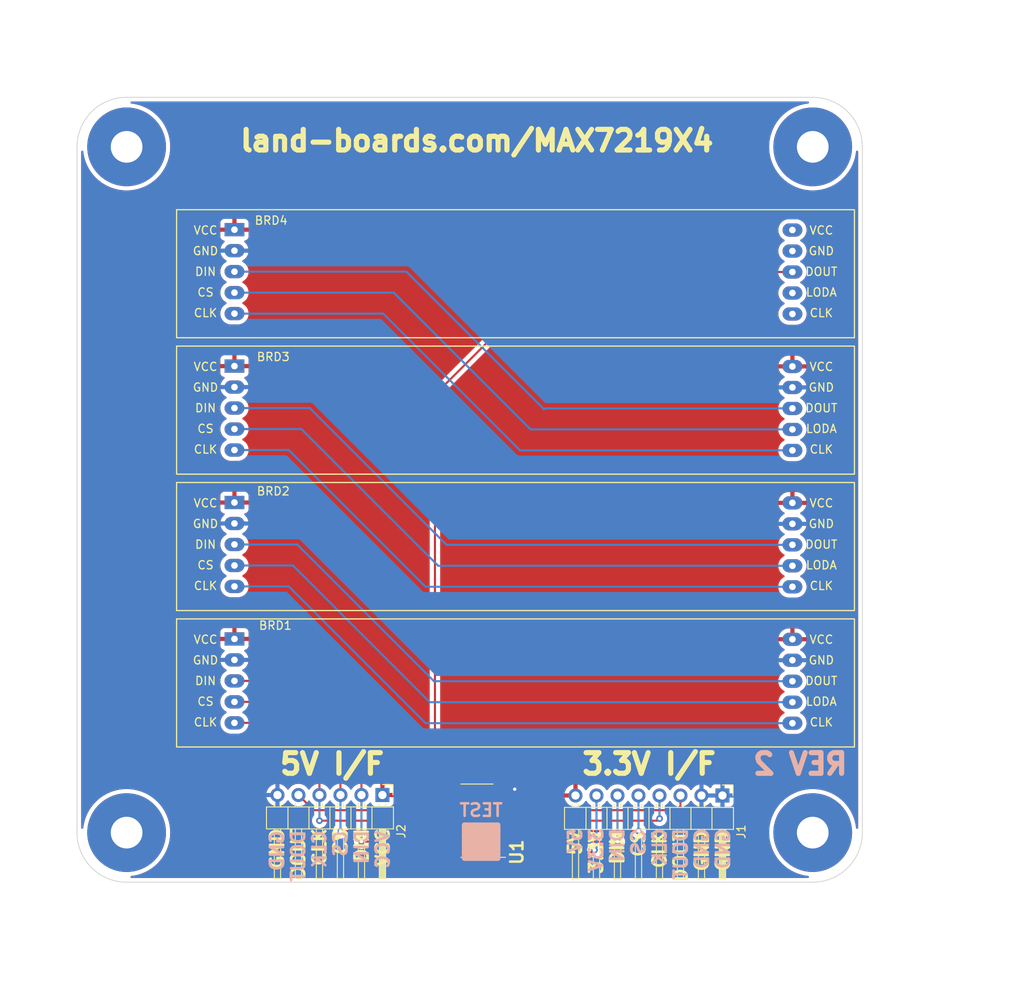
<source format=kicad_pcb>
(kicad_pcb (version 20211014) (generator pcbnew)
  (title_block (title "MAX7912X4") (date "2022-08-01") (rev "2") (company "LAND-BOARDS.COM"))
  (layers (0 "F.Cu" signal) (31 "B.Cu" signal) (34 "B.Paste" user) (35 "F.Paste" user) (36 "B.SilkS" user "B.Silkscreen") (37 "F.SilkS" user "F.Silkscreen") (38 "B.Mask" user) (39 "F.Mask" user) (44 "Edge.Cuts" user))
  (net 0 "")
  (net 1 "GND")
  (net 2 "/MAXOUT")
  (net 3 "/DIN5V")
  (net 4 "/CS5V")
  (net 5 "/CLK5V")
  (net 6 "+5V")
  (net 7 "Net-(J1-Pad7)")
  (net 8 "Net-(BRD1-Pad6)")
  (net 9 "Net-(BRD1-Pad7)")
  (net 10 "Net-(BRD1-Pad8)")
  (net 11 "Net-(BRD2-Pad6)")
  (net 12 "Net-(BRD2-Pad7)")
  (net 13 "Net-(BRD2-Pad8)")
  (net 14 "Net-(BRD3-Pad6)")
  (net 15 "Net-(BRD3-Pad7)")
  (net 16 "Net-(BRD3-Pad8)")
  (net 21 "/DOUT")
  (net 22 "/CLK")
  (net 23 "/CS")
  (net 24 "/DIN")
  (footprint "LandBoards_BoardOutlines:MAX7912_MODULE" (layer "F.Cu") (at 67.045 40.605)
    (fp_text reference "BRD4" (at 11.441 1.305) (layer "F.SilkS"))
    (fp_text value "MAX7912_MODULE")
    (fp_text user "DOUT" (at 78 7.5 unlocked) (layer "F.SilkS"))
    (fp_text user "CS" (at 3.5 10 unlocked) (layer "F.SilkS"))
    (fp_text user "VCC" (at 78 2.5 unlocked) (layer "F.SilkS"))
    (fp_text user "CLK" (at 78 12.5 unlocked) (layer "F.SilkS"))
    (fp_text user "GND" (at 3.5 5 unlocked) (layer "F.SilkS"))
    (fp_text user "LODA" (at 78 10 unlocked) (layer "F.SilkS"))
    (fp_text user "DIN" (at 3.5 7.5 unlocked) (layer "F.SilkS"))
    (fp_text user "CLK" (at 3.5 12.5 unlocked) (layer "F.SilkS"))
    (fp_text user "VCC" (at 3.5 2.5 unlocked) (layer "F.SilkS"))
    (fp_text user "GND" (at 78 5 unlocked) (layer "F.SilkS"))
    (fp_rect (start 0 0) (end 82 15.5) (layer "F.SilkS") (width 0.15) (fill none))
    (pad "1" thru_hole rect (at 7 2.42) (size 2.4 1.6) (drill 0.8) (layers *.Cu *.Mask) (net 6 "+5V"))
    (pad "2" thru_hole oval (at 7 4.96) (size 2.4 1.6) (drill 0.8) (layers *.Cu *.Mask) (net 1 "GND"))
    (pad "3" thru_hole oval (at 7 7.5) (size 2.4 1.6) (drill 0.8) (layers *.Cu *.Mask) (net 16 "Net-(BRD3-Pad8)"))
    (pad "4" thru_hole oval (at 7 10.04) (size 2.4 1.6) (drill 0.8) (layers *.Cu *.Mask) (net 15 "Net-(BRD3-Pad7)"))
    (pad "5" thru_hole oval (at 7 12.58) (size 2.4 1.6) (drill 0.8) (layers *.Cu *.Mask) (net 14 "Net-(BRD3-Pad6)"))
    (pad "6" thru_hole oval (at 74.5 12.62) (size 2.4 1.6) (drill 0.8) (layers *.Cu *.Mask))
    (pad "7" thru_hole oval (at 74.5 10.08) (size 2.4 1.6) (drill 0.8) (layers *.Cu *.Mask))
    (pad "8" thru_hole oval (at 74.5 7.54) (size 2.4 1.6) (drill 0.8) (layers *.Cu *.Mask) (net 2 "/MAXOUT"))
    (pad "9" thru_hole oval (at 74.5 5) (size 2.4 1.6) (drill 0.8) (layers *.Cu *.Mask))
    (pad "10" thru_hole oval (at 74.5 2.46) (size 2.4 1.6) (drill 0.8) (layers *.Cu *.Mask))
  )
  (footprint "LandBoards_BoardOutlines:MAX7912_MODULE" (layer "F.Cu") (at 67.045 90.135)
    (fp_text reference "BRD1" (at 11.949 0.797) (layer "F.SilkS"))
    (fp_text value "MAX7912_MODULE")
    (fp_text user "DIN" (at 3.5 7.5 unlocked) (layer "F.SilkS"))
    (fp_text user "VCC" (at 78 2.5 unlocked) (layer "F.SilkS"))
    (fp_text user "CLK" (at 78 12.5 unlocked) (layer "F.SilkS"))
    (fp_text user "GND" (at 3.5 5 unlocked) (layer "F.SilkS"))
    (fp_text user "LODA" (at 78 10 unlocked) (layer "F.SilkS"))
    (fp_text user "DOUT" (at 78 7.5 unlocked) (layer "F.SilkS"))
    (fp_text user "GND" (at 78 5 unlocked) (layer "F.SilkS"))
    (fp_text user "VCC" (at 3.5 2.5 unlocked) (layer "F.SilkS"))
    (fp_text user "CLK" (at 3.5 12.5 unlocked) (layer "F.SilkS"))
    (fp_text user "CS" (at 3.5 10 unlocked) (layer "F.SilkS"))
    (fp_rect (start 0 0) (end 82 15.5) (layer "F.SilkS") (width 0.15) (fill none))
    (pad "1" thru_hole rect (at 7 2.42) (size 2.4 1.6) (drill 0.8) (layers *.Cu *.Mask) (net 6 "+5V"))
    (pad "2" thru_hole oval (at 7 4.96) (size 2.4 1.6) (drill 0.8) (layers *.Cu *.Mask) (net 1 "GND"))
    (pad "3" thru_hole oval (at 7 7.5) (size 2.4 1.6) (drill 0.8) (layers *.Cu *.Mask) (net 3 "/DIN5V"))
    (pad "4" thru_hole oval (at 7 10.04) (size 2.4 1.6) (drill 0.8) (layers *.Cu *.Mask) (net 4 "/CS5V"))
    (pad "5" thru_hole oval (at 7 12.58) (size 2.4 1.6) (drill 0.8) (layers *.Cu *.Mask) (net 5 "/CLK5V"))
    (pad "6" thru_hole oval (at 74.5 12.62) (size 2.4 1.6) (drill 0.8) (layers *.Cu *.Mask) (net 8 "Net-(BRD1-Pad6)"))
    (pad "7" thru_hole oval (at 74.5 10.08) (size 2.4 1.6) (drill 0.8) (layers *.Cu *.Mask) (net 9 "Net-(BRD1-Pad7)"))
    (pad "8" thru_hole oval (at 74.5 7.54) (size 2.4 1.6) (drill 0.8) (layers *.Cu *.Mask) (net 10 "Net-(BRD1-Pad8)"))
    (pad "9" thru_hole oval (at 74.5 5) (size 2.4 1.6) (drill 0.8) (layers *.Cu *.Mask) (net 1 "GND"))
    (pad "10" thru_hole oval (at 74.5 2.46) (size 2.4 1.6) (drill 0.8) (layers *.Cu *.Mask) (net 6 "+5V"))
  )
  (footprint "Connector_PinHeader_2.54mm:PinHeader_1x08_P2.54mm_Horizontal" (layer "F.Cu") (at 133.081 111.506 -90)
    (fp_text reference "J1" (at 4.385 -2.27 -90) (layer "F.SilkS"))
    (fp_text value "Conn_01x08")
    (fp_line (start 10.1 0.38) (end 4.1 0.38) (layer "F.SilkS") (width 0.12))
    (fp_line (start 1.042929 10.54) (end 1.44 10.54) (layer "F.SilkS") (width 0.12))
    (fp_line (start 10.1 -0.38) (end 10.1 0.38) (layer "F.SilkS") (width 0.12))
    (fp_line (start 1.042929 18.16) (end 1.44 18.16) (layer "F.SilkS") (width 0.12))
    (fp_line (start 4.1 19.11) (end 4.1 -1.33) (layer "F.SilkS") (width 0.12))
    (fp_line (start 4.1 0.16) (end 10.1 0.16) (layer "F.SilkS") (width 0.12))
    (fp_line (start 10.1 9.78) (end 10.1 10.54) (layer "F.SilkS") (width 0.12))
    (fp_line (start -1.27 -1.27) (end 0 -1.27) (layer "F.SilkS") (width 0.12))
    (fp_line (start 10.1 18.16) (end 4.1 18.16) (layer "F.SilkS") (width 0.12))
    (fp_line (start 4.1 12.32) (end 10.1 12.32) (layer "F.SilkS") (width 0.12))
    (fp_line (start 4.1 7.24) (end 10.1 7.24) (layer "F.SilkS") (width 0.12))
    (fp_line (start 10.1 13.08) (end 4.1 13.08) (layer "F.SilkS") (width 0.12))
    (fp_line (start 1.44 19.11) (end 4.1 19.11) (layer "F.SilkS") (width 0.12))
    (fp_line (start 10.1 17.4) (end 10.1 18.16) (layer "F.SilkS") (width 0.12))
    (fp_line (start 1.44 1.27) (end 4.1 1.27) (layer "F.SilkS") (width 0.12))
    (fp_line (start 1.11 0.38) (end 1.44 0.38) (layer "F.SilkS") (width 0.12))
    (fp_line (start 4.1 -0.38) (end 10.1 -0.38) (layer "F.SilkS") (width 0.12))
    (fp_line (start 4.1 -0.2) (end 10.1 -0.2) (layer "F.SilkS") (width 0.12))
    (fp_line (start 10.1 15.62) (end 4.1 15.62) (layer "F.SilkS") (width 0.12))
    (fp_line (start 10.1 7.24) (end 10.1 8) (layer "F.SilkS") (width 0.12))
    (fp_line (start 4.1 14.86) (end 10.1 14.86) (layer "F.SilkS") (width 0.12))
    (fp_line (start 4.1 2.16) (end 10.1 2.16) (layer "F.SilkS") (width 0.12))
    (fp_line (start 1.042929 17.4) (end 1.44 17.4) (layer "F.SilkS") (width 0.12))
    (fp_line (start 1.042929 14.86) (end 1.44 14.86) (layer "F.SilkS") (width 0.12))
    (fp_line (start 1.042929 4.7) (end 1.44 4.7) (layer "F.SilkS") (width 0.12))
    (fp_line (start 1.042929 8) (end 1.44 8) (layer "F.SilkS") (width 0.12))
    (fp_line (start 10.1 2.16) (end 10.1 2.92) (layer "F.SilkS") (width 0.12))
    (fp_line (start -1.27 0) (end -1.27 -1.27) (layer "F.SilkS") (width 0.12))
    (fp_line (start 4.1 4.7) (end 10.1 4.7) (layer "F.SilkS") (width 0.12))
    (fp_line (start 10.1 5.46) (end 4.1 5.46) (layer "F.SilkS") (width 0.12))
    (fp_line (start 1.44 6.35) (end 4.1 6.35) (layer "F.SilkS") (width 0.12))
    (fp_line (start 1.44 16.51) (end 4.1 16.51) (layer "F.SilkS") (width 0.12))
    (fp_line (start 4.1 0.04) (end 10.1 0.04) (layer "F.SilkS") (width 0.12))
    (fp_line (start 10.1 4.7) (end 10.1 5.46) (layer "F.SilkS") (width 0.12))
    (fp_line (start 4.1 9.78) (end 10.1 9.78) (layer "F.SilkS") (width 0.12))
    (fp_line (start 4.1 -0.08) (end 10.1 -0.08) (layer "F.SilkS") (width 0.12))
    (fp_line (start 4.1 17.4) (end 10.1 17.4) (layer "F.SilkS") (width 0.12))
    (fp_line (start 10.1 2.92) (end 4.1 2.92) (layer "F.SilkS") (width 0.12))
    (fp_line (start 10.1 8) (end 4.1 8) (layer "F.SilkS") (width 0.12))
    (fp_line (start 1.44 8.89) (end 4.1 8.89) (layer "F.SilkS") (width 0.12))
    (fp_line (start 10.1 14.86) (end 10.1 15.62) (layer "F.SilkS") (width 0.12))
    (fp_line (start 4.1 0.28) (end 10.1 0.28) (layer "F.SilkS") (width 0.12))
    (fp_line (start 1.44 3.81) (end 4.1 3.81) (layer "F.SilkS") (width 0.12))
    (fp_line (start 10.1 12.32) (end 10.1 13.08) (layer "F.SilkS") (width 0.12))
    (fp_line (start 1.042929 2.92) (end 1.44 2.92) (layer "F.SilkS") (width 0.12))
    (fp_line (start 1.042929 7.24) (end 1.44 7.24) (layer "F.SilkS") (width 0.12))
    (fp_line (start 1.042929 2.16) (end 1.44 2.16) (layer "F.SilkS") (width 0.12))
    (fp_line (start 1.44 11.43) (end 4.1 11.43) (layer "F.SilkS") (width 0.12))
    (fp_line (start 10.1 10.54) (end 4.1 10.54) (layer "F.SilkS") (width 0.12))
    (fp_line (start 1.11 -0.38) (end 1.44 -0.38) (layer "F.SilkS") (width 0.12))
    (fp_line (start 1.042929 5.46) (end 1.44 5.46) (layer "F.SilkS") (width 0.12))
    (fp_line (start 1.042929 13.08) (end 1.44 13.08) (layer "F.SilkS") (width 0.12))
    (fp_line (start 4.1 -1.33) (end 1.44 -1.33) (layer "F.SilkS") (width 0.12))
    (fp_line (start 1.042929 9.78) (end 1.44 9.78) (layer "F.SilkS") (width 0.12))
    (fp_line (start 4.1 -0.32) (end 10.1 -0.32) (layer "F.SilkS") (width 0.12))
    (fp_line (start 1.042929 15.62) (end 1.44 15.62) (layer "F.SilkS") (width 0.12))
    (fp_line (start 1.44 13.97) (end 4.1 13.97) (layer "F.SilkS") (width 0.12))
    (fp_line (start 1.042929 12.32) (end 1.44 12.32) (layer "F.SilkS") (width 0.12))
    (fp_line (start 1.44 -1.33) (end 1.44 19.11) (layer "F.SilkS") (width 0.12))
    (pad "1" thru_hole rect (at 0 0 270) (size 1.7 1.7) (drill 1) (layers *.Cu *.Mask) (net 1 "GND"))
    (pad "2" thru_hole oval (at 0 2.54 270) (size 1.7 1.7) (drill 1) (layers *.Cu *.Mask) (net 1 "GND"))
    (pad "3" thru_hole oval (at 0 5.08 270) (size 1.7 1.7) (drill 1) (layers *.Cu *.Mask) (net 21 "/DOUT"))
    (pad "4" thru_hole oval (at 0 7.62 270) (size 1.7 1.7) (drill 1) (layers *.Cu *.Mask) (net 22 "/CLK"))
    (pad "5" thru_hole oval (at 0 10.16 270) (size 1.7 1.7) (drill 1) (layers *.Cu *.Mask) (net 23 "/CS"))
    (pad "6" thru_hole oval (at 0 12.7 270) (size 1.7 1.7) (drill 1) (layers *.Cu *.Mask) (net 24 "/DIN"))
    (pad "7" thru_hole oval (at 0 15.24 270) (size 1.7 1.7) (drill 1) (layers *.Cu *.Mask) (net 7 "Net-(J1-Pad7)"))
    (pad "8" thru_hole oval (at 0 17.78 270) (size 1.7 1.7) (drill 1) (layers *.Cu *.Mask) (net 6 "+5V"))
  )
  (footprint "Package_SO:SOIC-14_3.9x8.7mm_P1.27mm" (layer "F.Cu") (at 103.378 114.554 180)
    (fp_text reference "U1" (at -4.826 -3.81 90) (layer "F.SilkS") (effects (font (size 1.5 1.5) (thickness 0.3))))
    (fp_text value "TXS0104")
    (fp_line (start 0 4.435) (end 1.95 4.435) (layer "F.SilkS") (width 0.12))
    (fp_line (start 0 -4.435) (end 1.95 -4.435) (layer "F.SilkS") (width 0.12))
    (fp_line (start 0 4.435) (end -1.95 4.435) (layer "F.SilkS") (width 0.12))
    (fp_line (start 0 -4.435) (end -3.45 -4.435) (layer "F.SilkS") (width 0.12))
    (pad "1" smd roundrect (at -2.475 -3.81 180) (size 1.95 0.6) (layers "F.Cu" "F.Paste" "F.Mask") (net 7 "Net-(J1-Pad7)"))
    (pad "2" smd roundrect (at -2.475 -2.54 180) (size 1.95 0.6) (layers "F.Cu" "F.Paste" "F.Mask") (net 24 "/DIN"))
    (pad "3" smd roundrect (at -2.475 -1.27 180) (size 1.95 0.6) (layers "F.Cu" "F.Paste" "F.Mask") (net 23 "/CS"))
    (pad "4" smd roundrect (at -2.475 0 180) (size 1.95 0.6) (layers "F.Cu" "F.Paste" "F.Mask") (net 22 "/CLK"))
    (pad "5" smd roundrect (at -2.475 1.27 180) (size 1.95 0.6) (layers "F.Cu" "F.Paste" "F.Mask") (net 21 "/DOUT"))
    (pad "6" smd roundrect (at -2.475 2.54 180) (size 1.95 0.6) (layers "F.Cu" "F.Paste" "F.Mask"))
    (pad "7" smd roundrect (at -2.475 3.81 180) (size 1.95 0.6) (layers "F.Cu" "F.Paste" "F.Mask") (net 1 "GND"))
    (pad "8" smd roundrect (at 2.475 3.81 180) (size 1.95 0.6) (layers "F.Cu" "F.Paste" "F.Mask") (net 7 "Net-(J1-Pad7)"))
    (pad "9" smd roundrect (at 2.475 2.54 180) (size 1.95 0.6) (layers "F.Cu" "F.Paste" "F.Mask"))
    (pad "10" smd roundrect (at 2.475 1.27 180) (size 1.95 0.6) (layers "F.Cu" "F.Paste" "F.Mask") (net 2 "/MAXOUT"))
    (pad "11" smd roundrect (at 2.475 0 180) (size 1.95 0.6) (layers "F.Cu" "F.Paste" "F.Mask") (net 5 "/CLK5V"))
    (pad "12" smd roundrect (at 2.475 -1.27 180) (size 1.95 0.6) (layers "F.Cu" "F.Paste" "F.Mask") (net 4 "/CS5V"))
    (pad "13" smd roundrect (at 2.475 -2.54 180) (size 1.95 0.6) (layers "F.Cu" "F.Paste" "F.Mask") (net 3 "/DIN5V"))
    (pad "14" smd roundrect (at 2.475 -3.81 180) (size 1.95 0.6) (layers "F.Cu" "F.Paste" "F.Mask") (net 6 "+5V"))
  )
  (footprint "LandBoards_MountHoles:MTG-6-32" (layer "F.Cu") (at 144 33)
    (fp_text reference "MTG4" hide)
    (fp_text value "MTG_HOLE" hide)
    (pad "1" thru_hole circle locked (at 0 0) (size 9.525 9.525) (drill 3.8354) (layers *.Cu *.Mask) (clearance 0.508))
  )
  (footprint "Connector_PinHeader_2.54mm:PinHeader_1x06_P2.54mm_Horizontal" (layer "F.Cu") (at 91.948 111.449 -90)
    (fp_text reference "J2" (at 4.385 -2.27 90) (layer "F.SilkS"))
    (fp_text value "Conn_01x06")
    (fp_line (start 10.1 2.92) (end 4.1 2.92) (layer "F.SilkS") (width 0.12))
    (fp_line (start 10.1 13.08) (end 4.1 13.08) (layer "F.SilkS") (width 0.12))
    (fp_line (start 1.042929 7.24) (end 1.44 7.24) (layer "F.SilkS") (width 0.12))
    (fp_line (start 4.1 12.32) (end 10.1 12.32) (layer "F.SilkS") (width 0.12))
    (fp_line (start 4.1 0.16) (end 10.1 0.16) (layer "F.SilkS") (width 0.12))
    (fp_line (start 1.042929 13.08) (end 1.44 13.08) (layer "F.SilkS") (width 0.12))
    (fp_line (start 4.1 0.28) (end 10.1 0.28) (layer "F.SilkS") (width 0.12))
    (fp_line (start 1.44 -1.33) (end 1.44 14.03) (layer "F.SilkS") (width 0.12))
    (fp_line (start 4.1 2.16) (end 10.1 2.16) (layer "F.SilkS") (width 0.12))
    (fp_line (start 10.1 0.38) (end 4.1 0.38) (layer "F.SilkS") (width 0.12))
    (fp_line (start 1.11 0.38) (end 1.44 0.38) (layer "F.SilkS") (width 0.12))
    (fp_line (start 4.1 -0.38) (end 10.1 -0.38) (layer "F.SilkS") (width 0.12))
    (fp_line (start 4.1 4.7) (end 10.1 4.7) (layer "F.SilkS") (width 0.12))
    (fp_line (start 1.042929 9.78) (end 1.44 9.78) (layer "F.SilkS") (width 0.12))
    (fp_line (start 4.1 14.03) (end 4.1 -1.33) (layer "F.SilkS") (width 0.12))
    (fp_line (start -1.27 -1.27) (end 0 -1.27) (layer "F.SilkS") (width 0.12))
    (fp_line (start 10.1 4.7) (end 10.1 5.46) (layer "F.SilkS") (width 0.12))
    (fp_line (start 1.042929 12.32) (end 1.44 12.32) (layer "F.SilkS") (width 0.12))
    (fp_line (start 4.1 -1.33) (end 1.44 -1.33) (layer "F.SilkS") (width 0.12))
    (fp_line (start 10.1 -0.38) (end 10.1 0.38) (layer "F.SilkS") (width 0.12))
    (fp_line (start 1.042929 10.54) (end 1.44 10.54) (layer "F.SilkS") (width 0.12))
    (fp_line (start 10.1 12.32) (end 10.1 13.08) (layer "F.SilkS") (width 0.12))
    (fp_line (start 1.11 -0.38) (end 1.44 -0.38) (layer "F.SilkS") (width 0.12))
    (fp_line (start 4.1 -0.32) (end 10.1 -0.32) (layer "F.SilkS") (width 0.12))
    (fp_line (start 1.44 11.43) (end 4.1 11.43) (layer "F.SilkS") (width 0.12))
    (fp_line (start 1.042929 2.92) (end 1.44 2.92) (layer "F.SilkS") (width 0.12))
    (fp_line (start 1.44 8.89) (end 4.1 8.89) (layer "F.SilkS") (width 0.12))
    (fp_line (start 4.1 9.78) (end 10.1 9.78) (layer "F.SilkS") (width 0.12))
    (fp_line (start 1.042929 2.16) (end 1.44 2.16) (layer "F.SilkS") (width 0.12))
    (fp_line (start 1.042929 8) (end 1.44 8) (layer "F.SilkS") (width 0.12))
    (fp_line (start 10.1 7.24) (end 10.1 8) (layer "F.SilkS") (width 0.12))
    (fp_line (start 1.44 6.35) (end 4.1 6.35) (layer "F.SilkS") (width 0.12))
    (fp_line (start 4.1 -0.08) (end 10.1 -0.08) (layer "F.SilkS") (width 0.12))
    (fp_line (start 10.1 2.16) (end 10.1 2.92) (layer "F.SilkS") (width 0.12))
    (fp_line (start 1.042929 5.46) (end 1.44 5.46) (layer "F.SilkS") (width 0.12))
    (fp_line (start 1.042929 4.7) (end 1.44 4.7) (layer "F.SilkS") (width 0.12))
    (fp_line (start 1.44 14.03) (end 4.1 14.03) (layer "F.SilkS") (width 0.12))
    (fp_line (start 10.1 10.54) (end 4.1 10.54) (layer "F.SilkS") (width 0.12))
    (fp_line (start 4.1 0.04) (end 10.1 0.04) (layer "F.SilkS") (width 0.12))
    (fp_line (start 10.1 5.46) (end 4.1 5.46) (layer "F.SilkS") (width 0.12))
    (fp_line (start 4.1 -0.2) (end 10.1 -0.2) (layer "F.SilkS") (width 0.12))
    (fp_line (start 10.1 8) (end 4.1 8) (layer "F.SilkS") (width 0.12))
    (fp_line (start 10.1 9.78) (end 10.1 10.54) (layer "F.SilkS") (width 0.12))
    (fp_line (start -1.27 0) (end -1.27 -1.27) (layer "F.SilkS") (width 0.12))
    (fp_line (start 4.1 7.24) (end 10.1 7.24) (layer "F.SilkS") (width 0.12))
    (fp_line (start 1.44 1.27) (end 4.1 1.27) (layer "F.SilkS") (width 0.12))
    (fp_line (start 1.44 3.81) (end 4.1 3.81) (layer "F.SilkS") (width 0.12))
    (pad "1" thru_hole rect (at 0 0 270) (size 1.7 1.7) (drill 1) (layers *.Cu *.Mask) (net 6 "+5V"))
    (pad "2" thru_hole oval (at 0 2.54 270) (size 1.7 1.7) (drill 1) (layers *.Cu *.Mask) (net 3 "/DIN5V"))
    (pad "3" thru_hole oval (at 0 5.08 270) (size 1.7 1.7) (drill 1) (layers *.Cu *.Mask) (net 4 "/CS5V"))
    (pad "4" thru_hole oval (at 0 7.62 270) (size 1.7 1.7) (drill 1) (layers *.Cu *.Mask) (net 5 "/CLK5V"))
    (pad "5" thru_hole oval (at 0 10.16 270) (size 1.7 1.7) (drill 1) (layers *.Cu *.Mask) (net 2 "/MAXOUT"))
    (pad "6" thru_hole oval (at 0 12.7 270) (size 1.7 1.7) (drill 1) (layers *.Cu *.Mask) (net 1 "GND"))
  )
  (footprint "LandBoards_Marking:TEST_BLK-REAR" (layer "F.Cu") (at 103.886 117.094)
    (fp_text reference "TEST" (at 0 -3.81) (layer "B.SilkS") (effects (font (size 1.524 1.524) (thickness 0.3048)) (justify mirror)))
    (fp_text value "TEST_COUPON" hide)
    (fp_line (start -2 -1.5) (end 2 -1.5) (layer "B.SilkS") (width 0.65))
    (fp_line (start -2 0.5) (end 1.5 0.5) (layer "B.SilkS") (width 0.65))
    (fp_line (start -2 -1) (end -2 -0.5) (layer "B.SilkS") (width 0.65))
    (fp_line (start -2 -0.5) (end 2 -0.5) (layer "B.SilkS") (width 0.65))
    (fp_line (start -2 1) (end -2 1.5) (layer "B.SilkS") (width 0.65))
    (fp_line (start -2 2) (end -2 -2) (layer "B.SilkS") (width 0.65))
    (fp_line (start 2 -1.5) (end 2 -1) (layer "B.SilkS") (width 0.65))
    (fp_line (start -2 -2) (end 2 -2) (layer "B.SilkS") (width 0.65))
    (fp_line (start 2 0.5) (end 2 1) (layer "B.SilkS") (width 0.65))
    (fp_line (start 2 0) (end -2 0) (layer "B.SilkS") (width 0.65))
    (fp_line (start 2 2) (end -2 2) (layer "B.SilkS") (width 0.65))
    (fp_line (start 2 -1) (end -2 -1) (layer "B.SilkS") (width 0.65))
    (fp_line (start 2 -2) (end 2 2) (layer "B.SilkS") (width 0.65))
    (fp_line (start -2 0) (end -2 0.5) (layer "B.SilkS") (width 0.65))
    (fp_line (start 2 -0.5) (end 2 0) (layer "B.SilkS") (width 0.65))
    (fp_line (start -2 1.5) (end 2 1.5) (layer "B.SilkS") (width 0.65))
    (fp_line (start -2 -2) (end -2 -1.5) (layer "B.SilkS") (width 0.65))
    (fp_line (start 1.5 0.5) (end 2 0.5) (layer "B.SilkS") (width 0.65))
    (fp_line (start 2 1) (end -2 1) (layer "B.SilkS") (width 0.65))
  )
  (footprint "LandBoards_MountHoles:MTG-6-32" (layer "F.Cu") (at 61 116)
    (fp_text reference "MTG1" hide)
    (fp_text value "MTG_HOLE" hide)
    (pad "1" thru_hole circle locked (at 0 0) (size 9.525 9.525) (drill 3.8354) (layers *.Cu *.Mask) (clearance 0.508))
  )
  (footprint "LandBoards_BoardOutlines:MAX7912_MODULE" (layer "F.Cu") (at 67.045 57.115)
    (fp_text reference "BRD3" (at 11.695 1.305) (layer "F.SilkS"))
    (fp_text value "MAX7912_MODULE")
    (fp_text user "CLK" (at 78 12.5 unlocked) (layer "F.SilkS"))
    (fp_text user "GND" (at 3.5 5 unlocked) (layer "F.SilkS"))
    (fp_text user "GND" (at 78 5 unlocked) (layer "F.SilkS"))
    (fp_text user "LODA" (at 78 10 unlocked) (layer "F.SilkS"))
    (fp_text user "DOUT" (at 78 7.5 unlocked) (layer "F.SilkS"))
    (fp_text user "VCC" (at 3.5 2.5 unlocked) (layer "F.SilkS"))
    (fp_text user "CS" (at 3.5 10 unlocked) (layer "F.SilkS"))
    (fp_text user "CLK" (at 3.5 12.5 unlocked) (layer "F.SilkS"))
    (fp_text user "DIN" (at 3.5 7.5 unlocked) (layer "F.SilkS"))
    (fp_text user "VCC" (at 78 2.5 unlocked) (layer "F.SilkS"))
    (fp_rect (start 0 0) (end 82 15.5) (layer "F.SilkS") (width 0.15) (fill none))
    (pad "1" thru_hole rect (at 7 2.42) (size 2.4 1.6) (drill 0.8) (layers *.Cu *.Mask) (net 6 "+5V"))
    (pad "2" thru_hole oval (at 7 4.96) (size 2.4 1.6) (drill 0.8) (layers *.Cu *.Mask) (net 1 "GND"))
    (pad "3" thru_hole oval (at 7 7.5) (size 2.4 1.6) (drill 0.8) (layers *.Cu *.Mask) (net 13 "Net-(BRD2-Pad8)"))
    (pad "4" thru_hole oval (at 7 10.04) (size 2.4 1.6) (drill 0.8) (layers *.Cu *.Mask) (net 12 "Net-(BRD2-Pad7)"))
    (pad "5" thru_hole oval (at 7 12.58) (size 2.4 1.6) (drill 0.8) (layers *.Cu *.Mask) (net 11 "Net-(BRD2-Pad6)"))
    (pad "6" thru_hole oval (at 74.5 12.62) (size 2.4 1.6) (drill 0.8) (layers *.Cu *.Mask) (net 14 "Net-(BRD3-Pad6)"))
    (pad "7" thru_hole oval (at 74.5 10.08) (size 2.4 1.6) (drill 0.8) (layers *.Cu *.Mask) (net 15 "Net-(BRD3-Pad7)"))
    (pad "8" thru_hole oval (at 74.5 7.54) (size 2.4 1.6) (drill 0.8) (layers *.Cu *.Mask) (net 16 "Net-(BRD3-Pad8)"))
    (pad "9" thru_hole oval (at 74.5 5) (size 2.4 1.6) (drill 0.8) (layers *.Cu *.Mask) (net 1 "GND"))
    (pad "10" thru_hole oval (at 74.5 2.46) (size 2.4 1.6) (drill 0.8) (layers *.Cu *.Mask) (net 6 "+5V"))
  )
  (footprint "LandBoards_MountHoles:MTG-6-32" (layer "F.Cu") (at 144 116)
    (fp_text reference "MTG2" hide)
    (fp_text value "MTG_HOLE" hide)
    (pad "1" thru_hole circle locked (at 0 0) (size 9.525 9.525) (drill 3.8354) (layers *.Cu *.Mask) (clearance 0.508))
  )
  (footprint "LandBoards_BoardOutlines:MAX7912_MODULE" (layer "F.Cu") (at 67.045 73.625)
    (fp_text reference "BRD2" (at 11.695 1.051) (layer "F.SilkS"))
    (fp_text value "MAX7912_MODULE")
    (fp_text user "CLK" (at 78 12.5 unlocked) (layer "F.SilkS"))
    (fp_text user "GND" (at 3.5 5 unlocked) (layer "F.SilkS"))
    (fp_text user "DIN" (at 3.5 7.5 unlocked) (layer "F.SilkS"))
    (fp_text user "VCC" (at 78 2.5 unlocked) (layer "F.SilkS"))
    (fp_text user "GND" (at 78 5 unlocked) (layer "F.SilkS"))
    (fp_text user "CLK" (at 3.5 12.5 unlocked) (layer "F.SilkS"))
    (fp_text user "LODA" (at 78 10 unlocked) (layer "F.SilkS"))
    (fp_text user "VCC" (at 3.5 2.5 unlocked) (layer "F.SilkS"))
    (fp_text user "CS" (at 3.5 10 unlocked) (layer "F.SilkS"))
    (fp_text user "DOUT" (at 78 7.5 unlocked) (layer "F.SilkS"))
    (fp_rect (start 0 0) (end 82 15.5) (layer "F.SilkS") (width 0.15) (fill none))
    (pad "1" thru_hole rect (at 7 2.42) (size 2.4 1.6) (drill 0.8) (layers *.Cu *.Mask) (net 6 "+5V"))
    (pad "2" thru_hole oval (at 7 4.96) (size 2.4 1.6) (drill 0.8) (layers *.Cu *.Mask) (net 1 "GND"))
    (pad "3" thru_hole oval (at 7 7.5) (size 2.4 1.6) (drill 0.8) (layers *.Cu *.Mask) (net 10 "Net-(BRD1-Pad8)"))
    (pad "4" thru_hole oval (at 7 10.04) (size 2.4 1.6) (drill 0.8) (layers *.Cu *.Mask) (net 9 "Net-(BRD1-Pad7)"))
    (pad "5" thru_hole oval (at 7 12.58) (size 2.4 1.6) (drill 0.8) (layers *.Cu *.Mask) (net 8 "Net-(BRD1-Pad6)"))
    (pad "6" thru_hole oval (at 74.5 12.62) (size 2.4 1.6) (drill 0.8) (layers *.Cu *.Mask) (net 11 "Net-(BRD2-Pad6)"))
    (pad "7" thru_hole oval (at 74.5 10.08) (size 2.4 1.6) (drill 0.8) (layers *.Cu *.Mask) (net 12 "Net-(BRD2-Pad7)"))
    (pad "8" thru_hole oval (at 74.5 7.54) (size 2.4 1.6) (drill 0.8) (layers *.Cu *.Mask) (net 13 "Net-(BRD2-Pad8)"))
    (pad "9" thru_hole oval (at 74.5 5) (size 2.4 1.6) (drill 0.8) (layers *.Cu *.Mask) (net 1 "GND"))
    (pad "10" thru_hole oval (at 74.5 2.46) (size 2.4 1.6) (drill 0.8) (layers *.Cu *.Mask) (net 6 "+5V"))
  )
  (footprint "LandBoards_MountHoles:MTG-6-32" (layer "F.Cu") (at 61 33)
    (fp_text reference "MTG3" hide)
    (fp_text value "MTG_HOLE" hide)
    (pad "1" thru_hole circle locked (at 0 0) (size 9.525 9.525) (drill 3.8354) (layers *.Cu *.Mask) (clearance 0.508))
  )
  (gr_line (start 144 27) (end 61 27) (layer "Edge.Cuts") (width 0.1))
  (gr_arc (start 61 122) (mid 56.757359 120.242641) (end 55 116) (layer "Edge.Cuts") (width 0.1))
  (gr_line (start 55 33) (end 55 116) (layer "Edge.Cuts") (width 0.1))
  (gr_arc (start 55 33) (mid 56.757359 28.757359) (end 61 27) (layer "Edge.Cuts") (width 0.1))
  (gr_arc (start 150 116) (mid 148.242641 120.242641) (end 144 122) (layer "Edge.Cuts") (width 0.1))
  (gr_arc (start 144 27) (mid 148.242641 28.757359) (end 150 33) (layer "Edge.Cuts") (width 0.1))
  (gr_line (start 61 122) (end 144 122) (layer "Edge.Cuts") (width 0.1))
  (gr_line (start 150 116) (end 150 33) (layer "Edge.Cuts") (width 0.1))
  (gr_text "GND\nDOUT\nCLK\nCS\nDIN\nVCC" (at 85.598 115.57 90) (layer "B.SilkS") (effects (font (size 1.5875 1.5875) (thickness 0.3175)) (justify left mirror)))
  (gr_text "REV 2" (at 142.494 107.696) (layer "B.SilkS") (effects (font (size 2.5 2.5) (thickness 0.625)) (justify mirror)))
  (gr_text "5V\n3.3V\nDIN\nCS\nCLK\nDOUT\nGND\nGND" (at 124.206 115.316 90) (layer "B.SilkS") (effects (font (size 1.5875 1.5875) (thickness 0.3175)) (justify left mirror)))
  (gr_text "GND\nDOUT\nCLK\nCS\nDIN\nVCC" (at 85.598 115.316 90) (layer "F.SilkS") (effects (font (size 1.5875 1.5875) (thickness 0.3175)) (justify right)))
  (gr_text "5V\n3.3V\nDIN\nCS\nCLK\nDOUT\nGND\nGND" (at 124.191 115.606 90) (layer "F.SilkS") (effects (font (size 1.5875 1.5875) (thickness 0.3175)) (justify right)))
  (gr_text "5V I/F" (at 85.852 107.696) (layer "F.SilkS") (effects (font (size 2.5 2.5) (thickness 0.625))))
  (gr_text "land-boards.com/MAX7219X4" (at 103.378 32.258) (layer "F.SilkS") (effects (font (size 2.5 2.5) (thickness 0.625))))
  (gr_text "3.3V I/F" (at 124.206 107.696) (layer "F.SilkS") (effects (font (size 2.5 2.5) (thickness 0.625))))
  (segment (start 105.853 110.744) (end 107.95 110.744) (width 0.25) (layer "F.Cu") (net 1))
  (via (at 107.95 110.744) (size 0.8) (drill 0.4) (layers "F.Cu" "B.Cu") (net 1))
  (segment (start 113.145 48.145) (end 141.545 48.145) (width 0.25) (layer "F.Cu") (net 2))
  (segment (start 84.582 113.284) (end 98.298 113.284) (width 0.25) (layer "F.Cu") (net 2))
  (segment (start 84.582 113.284) (end 83.623 113.284) (width 0.25) (layer "F.Cu") (net 2))
  (segment (start 83.623 113.284) (end 81.788 111.449) (width 0.25) (layer "F.Cu") (net 2))
  (segment (start 98.298 62.992) (end 113.145 48.145) (width 0.25) (layer "F.Cu") (net 2))
  (segment (start 98.298 113.284) (end 100.903 113.284) (width 0.25) (layer "F.Cu") (net 2))
  (segment (start 98.298 113.284) (end 98.298 62.992) (width 0.25) (layer "F.Cu") (net 2))
  (segment (start 89.408 102.87) (end 89.408 111.449) (width 0.25) (layer "F.Cu") (net 3))
  (segment (start 84.173 97.635) (end 89.408 102.87) (width 0.25) (layer "F.Cu") (net 3))
  (segment (start 100.903 117.094) (end 89.408 117.094) (width 0.25) (layer "F.Cu") (net 3))
  (segment (start 74.045 97.635) (end 84.173 97.635) (width 0.25) (layer "F.Cu") (net 3))
  (via (at 89.408 117.094) (size 0.8) (drill 0.4) (layers "F.Cu" "B.Cu") (net 3))
  (segment (start 89.408 117.094) (end 89.408 111.449) (width 0.25) (layer "B.Cu") (net 3))
  (segment (start 86.868 105.156) (end 86.868 111.449) (width 0.25) (layer "F.Cu") (net 4))
  (segment (start 81.887 100.175) (end 86.868 105.156) (width 0.25) (layer "F.Cu") (net 4))
  (segment (start 100.903 115.824) (end 86.868 115.824) (width 0.25) (layer "F.Cu") (net 4))
  (segment (start 74.045 100.175) (end 81.887 100.175) (width 0.25) (layer "F.Cu") (net 4))
  (via (at 86.868 115.824) (size 0.8) (drill 0.4) (layers "F.Cu" "B.Cu") (net 4))
  (segment (start 86.868 115.824) (end 86.868 111.449) (width 0.25) (layer "B.Cu") (net 4))
  (segment (start 80.871 102.715) (end 84.328 106.172) (width 0.25) (layer "F.Cu") (net 5))
  (segment (start 100.903 114.554) (end 84.328 114.554) (width 0.25) (layer "F.Cu") (net 5))
  (segment (start 74.045 102.715) (end 80.871 102.715) (width 0.25) (layer "F.Cu") (net 5))
  (segment (start 84.328 106.172) (end 84.328 111.449) (width 0.25) (layer "F.Cu") (net 5))
  (via (at 84.328 114.554) (size 0.8) (drill 0.4) (layers "F.Cu" "B.Cu") (net 5))
  (segment (start 84.328 114.554) (end 84.328 111.449) (width 0.25) (layer "B.Cu") (net 5))
  (segment (start 117.348 118.364) (end 117.602 118.11) (width 0.25) (layer "F.Cu") (net 7))
  (segment (start 103.124 110.998) (end 103.124 117.856) (width 0.25) (layer "F.Cu") (net 7))
  (segment (start 102.87 110.744) (end 103.124 110.998) (width 0.25) (layer "F.Cu") (net 7))
  (segment (start 103.632 118.364) (end 105.853 118.364) (width 0.25) (layer "F.Cu") (net 7))
  (segment (start 103.124 117.856) (end 103.632 118.364) (width 0.25) (layer "F.Cu") (net 7))
  (segment (start 105.853 118.364) (end 117.348 118.364) (width 0.25) (layer "F.Cu") (net 7))
  (segment (start 100.903 110.744) (end 102.87 110.744) (width 0.25) (layer "F.Cu") (net 7))
  (via (at 117.602 118.11) (size 0.8) (drill 0.4) (layers "F.Cu" "B.Cu") (net 7))
  (segment (start 117.841 117.871) (end 117.841 111.506) (width 0.25) (layer "B.Cu") (net 7))
  (segment (start 117.602 118.11) (end 117.841 117.871) (width 0.25) (layer "B.Cu") (net 7))
  (segment (start 141.545 102.755) (end 97.167 102.755) (width 0.25) (layer "B.Cu") (net 8))
  (segment (start 97.167 102.755) (end 80.617 86.205) (width 0.25) (layer "B.Cu") (net 8))
  (segment (start 80.617 86.205) (end 74.045 86.205) (width 0.25) (layer "B.Cu") (net 8))
  (segment (start 81.125 83.665) (end 74.045 83.665) (width 0.25) (layer "B.Cu") (net 9))
  (segment (start 141.545 100.215) (end 97.675 100.215) (width 0.25) (layer "B.Cu") (net 9))
  (segment (start 97.675 100.215) (end 81.125 83.665) (width 0.25) (layer "B.Cu") (net 9))
  (segment (start 81.633 81.125) (end 74.045 81.125) (width 0.25) (layer "B.Cu") (net 10))
  (segment (start 141.545 97.675) (end 98.183 97.675) (width 0.25) (layer "B.Cu") (net 10))
  (segment (start 98.183 97.675) (end 81.633 81.125) (width 0.25) (layer "B.Cu") (net 10))
  (segment (start 97.167 86.245) (end 141.545 86.245) (width 0.25) (layer "B.Cu") (net 11))
  (segment (start 80.617 69.695) (end 97.167 86.245) (width 0.25) (layer "B.Cu") (net 11))
  (segment (start 74.045 69.695) (end 80.617 69.695) (width 0.25) (layer "B.Cu") (net 11))
  (segment (start 98.691 83.705) (end 141.545 83.705) (width 0.25) (layer "B.Cu") (net 12))
  (segment (start 74.045 67.155) (end 82.141 67.155) (width 0.25) (layer "B.Cu") (net 12))
  (segment (start 82.141 67.155) (end 98.691 83.705) (width 0.25) (layer "B.Cu") (net 12))
  (segment (start 83.157 64.615) (end 74.045 64.615) (width 0.25) (layer "B.Cu") (net 13))
  (segment (start 141.545 81.165) (end 99.707 81.165) (width 0.25) (layer "B.Cu") (net 13))
  (segment (start 99.707 81.165) (end 83.157 64.615) (width 0.25) (layer "B.Cu") (net 13))
  (segment (start 108.597 69.735) (end 141.545 69.735) (width 0.25) (layer "B.Cu") (net 14))
  (segment (start 74.045 53.185) (end 92.047 53.185) (width 0.25) (layer "B.Cu") (net 14))
  (segment (start 92.047 53.185) (end 108.597 69.735) (width 0.25) (layer "B.Cu") (net 14))
  (segment (start 74.045 50.645) (end 93.317 50.645) (width 0.25) (layer "B.Cu") (net 15))
  (segment (start 109.867 67.195) (end 141.545 67.195) (width 0.25) (layer "B.Cu") (net 15))
  (segment (start 93.317 50.645) (end 109.867 67.195) (width 0.25) (layer "B.Cu") (net 15))
  (segment (start 111.506 64.77) (end 111.621 64.655) (width 0.25) (layer "B.Cu") (net 16))
  (segment (start 94.841 48.105) (end 111.506 64.77) (width 0.25) (layer "B.Cu") (net 16))
  (segment (start 74.045 48.105) (end 94.841 48.105) (width 0.25) (layer "B.Cu") (net 16))
  (segment (start 111.621 64.655) (end 141.545 64.655) (width 0.25) (layer "B.Cu") (net 16))
  (segment (start 128.001 112.791) (end 128.001 111.506) (width 0.25) (layer "F.Cu") (net 21))
  (segment (start 127.508 113.284) (end 128.001 112.791) (width 0.25) (layer "F.Cu") (net 21))
  (segment (start 105.853 113.284) (end 127.508 113.284) (width 0.25) (layer "F.Cu") (net 21))
  (segment (start 105.853 114.554) (end 125.222 114.554) (width 0.25) (layer "F.Cu") (net 22))
  (segment (start 125.222 114.554) (end 125.476 114.3) (width 0.25) (layer "F.Cu") (net 22))
  (via (at 125.476 114.3) (size 0.8) (drill 0.4) (layers "F.Cu" "B.Cu") (net 22))
  (segment (start 125.461 114.285) (end 125.461 111.506) (width 0.25) (layer "B.Cu") (net 22))
  (segment (start 125.476 114.3) (end 125.461 114.285) (width 0.25) (layer "B.Cu") (net 22))
  (segment (start 105.853 115.824) (end 122.936 115.824) (width 0.25) (layer "F.Cu") (net 23))
  (via (at 122.936 115.824) (size 0.8) (drill 0.4) (layers "F.Cu" "B.Cu") (net 23))
  (segment (start 122.921 115.809) (end 122.921 111.506) (width 0.25) (layer "B.Cu") (net 23))
  (segment (start 122.936 115.824) (end 122.921 115.809) (width 0.25) (layer "B.Cu") (net 23))
  (segment (start 120.396 117.094) (end 105.853 117.094) (width 0.25) (layer "F.Cu") (net 24))
  (via (at 120.396 117.094) (size 0.8) (drill 0.4) (layers "F.Cu" "B.Cu") (net 24))
  (segment (start 120.381 117.079) (end 120.396 117.094) (width 0.25) (layer "B.Cu") (net 24))
  (segment (start 120.381 111.506) (end 120.381 117.079) (width 0.25) (layer "B.Cu") (net 24))
  (zone (net 6) (net_name "+5V") (layer "F.Cu") (connect_pads (clearance 0.508)) (min_thickness 0.254) (fill yes (thermal_gap 0.508) (thermal_bridge_width 0.508))
    (polygon (pts (xy 148 29) (xy 150 33) (xy 150 116) (xy 148 120) (xy 144 122) (xy 61 122) (xy 56 119) (xy 55 115) (xy 55 32) (xy 57 28) (xy 61 27) (xy 144 27)))
  )
  (zone (net 1) (net_name "GND") (layer "B.Cu") (connect_pads (clearance 0.508)) (min_thickness 0.254) (fill yes (thermal_gap 0.508) (thermal_bridge_width 0.508))
    (polygon (pts (xy 148 29) (xy 150 33) (xy 150 116) (xy 148 120) (xy 144 122) (xy 61 122) (xy 57.912 121.158) (xy 56 119) (xy 55 115) (xy 55 32) (xy 57 29) (xy 61 27) (xy 144 27)))
  )
)
</source>
